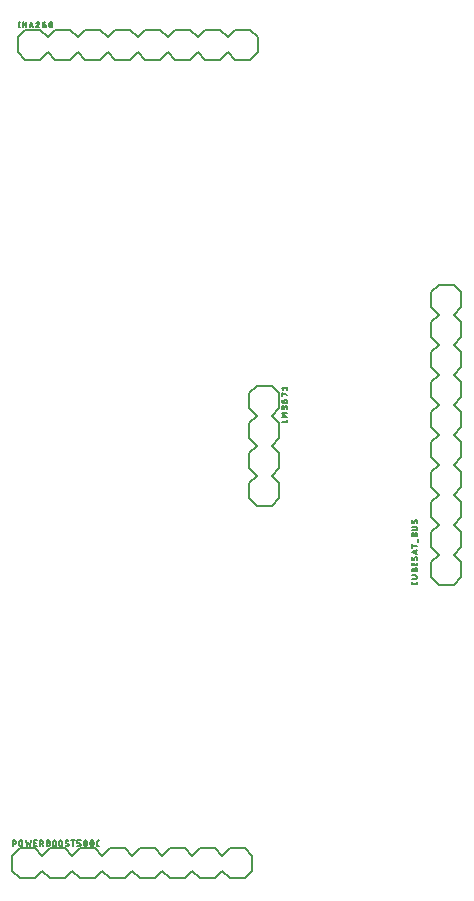
<source format=gbr>
G04 EAGLE Gerber RS-274X export*
G75*
%MOMM*%
%FSLAX34Y34*%
%LPD*%
%INSilkscreen Top*%
%IPPOS*%
%AMOC8*
5,1,8,0,0,1.08239X$1,22.5*%
G01*
%ADD10C,0.203200*%
%ADD11C,0.127000*%


D10*
X615950Y807400D02*
X628650Y807400D01*
X635000Y801050D01*
X635000Y788350D02*
X628650Y782000D01*
X590550Y807400D02*
X584200Y801050D01*
X590550Y807400D02*
X603250Y807400D01*
X609600Y801050D01*
X609600Y788350D02*
X603250Y782000D01*
X590550Y782000D01*
X584200Y788350D01*
X609600Y801050D02*
X615950Y807400D01*
X609600Y788350D02*
X615950Y782000D01*
X628650Y782000D01*
X552450Y807400D02*
X539750Y807400D01*
X552450Y807400D02*
X558800Y801050D01*
X558800Y788350D02*
X552450Y782000D01*
X558800Y801050D02*
X565150Y807400D01*
X577850Y807400D01*
X584200Y801050D01*
X584200Y788350D02*
X577850Y782000D01*
X565150Y782000D01*
X558800Y788350D01*
X514350Y807400D02*
X508000Y801050D01*
X514350Y807400D02*
X527050Y807400D01*
X533400Y801050D01*
X533400Y788350D02*
X527050Y782000D01*
X514350Y782000D01*
X508000Y788350D01*
X533400Y801050D02*
X539750Y807400D01*
X533400Y788350D02*
X539750Y782000D01*
X552450Y782000D01*
X476250Y807400D02*
X463550Y807400D01*
X476250Y807400D02*
X482600Y801050D01*
X482600Y788350D02*
X476250Y782000D01*
X482600Y801050D02*
X488950Y807400D01*
X501650Y807400D01*
X508000Y801050D01*
X508000Y788350D02*
X501650Y782000D01*
X488950Y782000D01*
X482600Y788350D01*
X457200Y788350D02*
X457200Y801050D01*
X463550Y807400D01*
X457200Y788350D02*
X463550Y782000D01*
X476250Y782000D01*
X641350Y807400D02*
X654050Y807400D01*
X660400Y801050D01*
X660400Y788350D01*
X654050Y782000D01*
X635000Y801050D02*
X641350Y807400D01*
X635000Y788350D02*
X641350Y782000D01*
X654050Y782000D01*
D11*
X458371Y809305D02*
X458371Y814131D01*
X457835Y809305D02*
X458907Y809305D01*
X458907Y814131D02*
X457835Y814131D01*
X461603Y814131D02*
X461603Y809305D01*
X464284Y809305D02*
X461603Y814131D01*
X464284Y814131D02*
X464284Y809305D01*
X467004Y809305D02*
X468612Y814131D01*
X470221Y809305D01*
X469819Y810512D02*
X467406Y810512D01*
X474233Y814131D02*
X474301Y814129D01*
X474368Y814123D01*
X474435Y814114D01*
X474502Y814101D01*
X474567Y814084D01*
X474632Y814063D01*
X474695Y814039D01*
X474757Y814011D01*
X474817Y813980D01*
X474875Y813946D01*
X474931Y813908D01*
X474986Y813868D01*
X475037Y813824D01*
X475086Y813777D01*
X475133Y813728D01*
X475177Y813677D01*
X475217Y813622D01*
X475255Y813566D01*
X475289Y813508D01*
X475320Y813448D01*
X475348Y813386D01*
X475372Y813323D01*
X475393Y813258D01*
X475410Y813193D01*
X475423Y813126D01*
X475432Y813059D01*
X475438Y812992D01*
X475440Y812924D01*
X474233Y814131D02*
X474155Y814129D01*
X474077Y814123D01*
X474000Y814113D01*
X473923Y814100D01*
X473847Y814082D01*
X473772Y814061D01*
X473698Y814036D01*
X473626Y814007D01*
X473555Y813975D01*
X473486Y813939D01*
X473418Y813900D01*
X473353Y813857D01*
X473290Y813811D01*
X473229Y813762D01*
X473171Y813710D01*
X473116Y813655D01*
X473063Y813598D01*
X473014Y813538D01*
X472967Y813475D01*
X472924Y813411D01*
X472884Y813344D01*
X472847Y813275D01*
X472814Y813204D01*
X472784Y813132D01*
X472758Y813059D01*
X475038Y811986D02*
X475087Y812035D01*
X475134Y812087D01*
X475177Y812142D01*
X475218Y812199D01*
X475256Y812258D01*
X475290Y812319D01*
X475321Y812382D01*
X475349Y812446D01*
X475373Y812512D01*
X475393Y812578D01*
X475410Y812646D01*
X475423Y812715D01*
X475432Y812784D01*
X475438Y812854D01*
X475440Y812924D01*
X475037Y811986D02*
X472758Y809305D01*
X475439Y809305D01*
X478245Y811986D02*
X479853Y811986D01*
X479918Y811984D01*
X479982Y811978D01*
X480046Y811968D01*
X480110Y811955D01*
X480172Y811937D01*
X480233Y811916D01*
X480293Y811892D01*
X480351Y811863D01*
X480408Y811831D01*
X480462Y811796D01*
X480514Y811758D01*
X480564Y811716D01*
X480611Y811672D01*
X480655Y811625D01*
X480697Y811575D01*
X480735Y811523D01*
X480770Y811469D01*
X480802Y811412D01*
X480831Y811354D01*
X480855Y811294D01*
X480876Y811233D01*
X480894Y811171D01*
X480907Y811107D01*
X480917Y811043D01*
X480923Y810979D01*
X480925Y810914D01*
X480926Y810914D02*
X480926Y810646D01*
X480924Y810575D01*
X480918Y810503D01*
X480909Y810433D01*
X480896Y810363D01*
X480879Y810293D01*
X480858Y810225D01*
X480834Y810158D01*
X480806Y810092D01*
X480775Y810028D01*
X480740Y809965D01*
X480702Y809905D01*
X480661Y809846D01*
X480617Y809790D01*
X480570Y809736D01*
X480521Y809685D01*
X480468Y809637D01*
X480413Y809591D01*
X480356Y809549D01*
X480296Y809509D01*
X480235Y809473D01*
X480171Y809440D01*
X480106Y809411D01*
X480040Y809385D01*
X479972Y809362D01*
X479903Y809343D01*
X479833Y809328D01*
X479763Y809317D01*
X479692Y809309D01*
X479621Y809305D01*
X479549Y809305D01*
X479478Y809309D01*
X479407Y809317D01*
X479337Y809328D01*
X479267Y809343D01*
X479198Y809362D01*
X479130Y809385D01*
X479064Y809411D01*
X478999Y809440D01*
X478935Y809473D01*
X478874Y809509D01*
X478814Y809549D01*
X478757Y809591D01*
X478702Y809637D01*
X478649Y809685D01*
X478600Y809736D01*
X478553Y809790D01*
X478509Y809846D01*
X478468Y809905D01*
X478430Y809965D01*
X478395Y810028D01*
X478364Y810092D01*
X478336Y810158D01*
X478312Y810225D01*
X478291Y810293D01*
X478274Y810363D01*
X478261Y810433D01*
X478252Y810503D01*
X478246Y810575D01*
X478244Y810646D01*
X478245Y810646D02*
X478245Y811986D01*
X478247Y812077D01*
X478253Y812168D01*
X478262Y812258D01*
X478276Y812349D01*
X478293Y812438D01*
X478314Y812526D01*
X478339Y812614D01*
X478368Y812701D01*
X478400Y812786D01*
X478435Y812870D01*
X478475Y812952D01*
X478517Y813032D01*
X478563Y813111D01*
X478613Y813187D01*
X478665Y813261D01*
X478721Y813334D01*
X478780Y813403D01*
X478841Y813470D01*
X478906Y813535D01*
X478973Y813596D01*
X479042Y813655D01*
X479114Y813711D01*
X479189Y813763D01*
X479265Y813813D01*
X479344Y813859D01*
X479424Y813901D01*
X479506Y813941D01*
X479590Y813976D01*
X479675Y814008D01*
X479762Y814037D01*
X479849Y814062D01*
X479938Y814083D01*
X480027Y814100D01*
X480118Y814114D01*
X480208Y814123D01*
X480299Y814129D01*
X480390Y814131D01*
X484133Y813461D02*
X484082Y813352D01*
X484034Y813241D01*
X483990Y813130D01*
X483949Y813017D01*
X483911Y812902D01*
X483877Y812787D01*
X483847Y812671D01*
X483820Y812554D01*
X483796Y812436D01*
X483776Y812317D01*
X483760Y812198D01*
X483747Y812078D01*
X483738Y811958D01*
X483733Y811838D01*
X483731Y811718D01*
X484134Y813461D02*
X484155Y813518D01*
X484181Y813574D01*
X484209Y813629D01*
X484241Y813681D01*
X484277Y813732D01*
X484315Y813780D01*
X484356Y813826D01*
X484400Y813869D01*
X484446Y813909D01*
X484495Y813946D01*
X484547Y813980D01*
X484600Y814011D01*
X484655Y814039D01*
X484711Y814063D01*
X484769Y814084D01*
X484828Y814101D01*
X484888Y814114D01*
X484949Y814123D01*
X485011Y814129D01*
X485072Y814131D01*
X485133Y814129D01*
X485195Y814123D01*
X485256Y814114D01*
X485316Y814101D01*
X485375Y814084D01*
X485433Y814063D01*
X485489Y814039D01*
X485544Y814011D01*
X485597Y813980D01*
X485649Y813946D01*
X485698Y813909D01*
X485744Y813869D01*
X485788Y813826D01*
X485829Y813780D01*
X485867Y813732D01*
X485903Y813681D01*
X485935Y813629D01*
X485963Y813574D01*
X485989Y813518D01*
X486010Y813461D01*
X486061Y813352D01*
X486109Y813241D01*
X486153Y813130D01*
X486194Y813017D01*
X486232Y812902D01*
X486266Y812787D01*
X486296Y812671D01*
X486323Y812554D01*
X486347Y812436D01*
X486367Y812317D01*
X486383Y812198D01*
X486396Y812078D01*
X486405Y811958D01*
X486410Y811838D01*
X486412Y811718D01*
X483731Y811718D02*
X483733Y811598D01*
X483738Y811478D01*
X483747Y811358D01*
X483760Y811238D01*
X483776Y811119D01*
X483796Y811000D01*
X483820Y810882D01*
X483847Y810765D01*
X483877Y810649D01*
X483911Y810534D01*
X483949Y810419D01*
X483990Y810306D01*
X484034Y810195D01*
X484082Y810084D01*
X484133Y809975D01*
X484134Y809975D02*
X484155Y809918D01*
X484181Y809862D01*
X484209Y809807D01*
X484241Y809755D01*
X484277Y809704D01*
X484315Y809656D01*
X484356Y809610D01*
X484400Y809567D01*
X484446Y809527D01*
X484495Y809490D01*
X484547Y809456D01*
X484600Y809425D01*
X484655Y809397D01*
X484711Y809373D01*
X484769Y809352D01*
X484828Y809335D01*
X484888Y809322D01*
X484949Y809313D01*
X485011Y809307D01*
X485072Y809305D01*
X486010Y809975D02*
X486061Y810084D01*
X486109Y810195D01*
X486153Y810306D01*
X486194Y810419D01*
X486232Y810534D01*
X486266Y810649D01*
X486296Y810765D01*
X486323Y810882D01*
X486347Y811000D01*
X486367Y811119D01*
X486383Y811238D01*
X486396Y811358D01*
X486405Y811478D01*
X486410Y811598D01*
X486412Y811718D01*
X486010Y809975D02*
X485989Y809918D01*
X485963Y809862D01*
X485935Y809807D01*
X485903Y809755D01*
X485867Y809704D01*
X485829Y809656D01*
X485788Y809610D01*
X485744Y809567D01*
X485697Y809527D01*
X485649Y809490D01*
X485597Y809456D01*
X485544Y809425D01*
X485489Y809397D01*
X485433Y809373D01*
X485375Y809352D01*
X485316Y809335D01*
X485256Y809322D01*
X485195Y809313D01*
X485133Y809307D01*
X485072Y809305D01*
X483999Y810377D02*
X486144Y813059D01*
D10*
X807300Y508750D02*
X807300Y496050D01*
X807300Y508750D02*
X813650Y515100D01*
X826350Y515100D02*
X832700Y508750D01*
X807300Y470650D02*
X813650Y464300D01*
X807300Y470650D02*
X807300Y483350D01*
X813650Y489700D01*
X826350Y489700D02*
X832700Y483350D01*
X832700Y470650D01*
X826350Y464300D01*
X813650Y489700D02*
X807300Y496050D01*
X826350Y489700D02*
X832700Y496050D01*
X832700Y508750D01*
X807300Y432550D02*
X807300Y419850D01*
X807300Y432550D02*
X813650Y438900D01*
X826350Y438900D02*
X832700Y432550D01*
X813650Y438900D02*
X807300Y445250D01*
X807300Y457950D01*
X813650Y464300D01*
X826350Y464300D02*
X832700Y457950D01*
X832700Y445250D01*
X826350Y438900D01*
X807300Y394450D02*
X813650Y388100D01*
X807300Y394450D02*
X807300Y407150D01*
X813650Y413500D01*
X826350Y413500D02*
X832700Y407150D01*
X832700Y394450D01*
X826350Y388100D01*
X813650Y413500D02*
X807300Y419850D01*
X826350Y413500D02*
X832700Y419850D01*
X832700Y432550D01*
X807300Y356350D02*
X807300Y343650D01*
X807300Y356350D02*
X813650Y362700D01*
X826350Y362700D02*
X832700Y356350D01*
X813650Y362700D02*
X807300Y369050D01*
X807300Y381750D01*
X813650Y388100D01*
X826350Y388100D02*
X832700Y381750D01*
X832700Y369050D01*
X826350Y362700D01*
X826350Y337300D02*
X813650Y337300D01*
X807300Y343650D01*
X826350Y337300D02*
X832700Y343650D01*
X832700Y356350D01*
X807300Y521450D02*
X807300Y534150D01*
X813650Y540500D01*
X826350Y540500D02*
X832700Y534150D01*
X813650Y515100D02*
X807300Y521450D01*
X826350Y515100D02*
X832700Y521450D01*
X832700Y534150D01*
X807300Y546850D02*
X807300Y559550D01*
X813650Y565900D01*
X826350Y565900D02*
X832700Y559550D01*
X813650Y540500D02*
X807300Y546850D01*
X826350Y540500D02*
X832700Y546850D01*
X832700Y559550D01*
X807300Y572250D02*
X807300Y584950D01*
X813650Y591300D01*
X826350Y591300D01*
X832700Y584950D01*
X813650Y565900D02*
X807300Y572250D01*
X826350Y565900D02*
X832700Y572250D01*
X832700Y584950D01*
D11*
X795395Y340080D02*
X795395Y339007D01*
X795393Y338942D01*
X795387Y338878D01*
X795377Y338814D01*
X795364Y338750D01*
X795346Y338688D01*
X795325Y338627D01*
X795301Y338567D01*
X795272Y338509D01*
X795240Y338452D01*
X795205Y338398D01*
X795167Y338346D01*
X795125Y338296D01*
X795081Y338249D01*
X795034Y338205D01*
X794984Y338163D01*
X794932Y338125D01*
X794878Y338090D01*
X794821Y338058D01*
X794763Y338029D01*
X794703Y338005D01*
X794642Y337984D01*
X794580Y337966D01*
X794516Y337953D01*
X794452Y337943D01*
X794388Y337937D01*
X794323Y337935D01*
X791641Y337935D01*
X791576Y337937D01*
X791512Y337943D01*
X791448Y337953D01*
X791384Y337966D01*
X791322Y337984D01*
X791261Y338005D01*
X791201Y338030D01*
X791142Y338058D01*
X791086Y338090D01*
X791031Y338125D01*
X790979Y338163D01*
X790929Y338205D01*
X790882Y338249D01*
X790838Y338296D01*
X790796Y338346D01*
X790758Y338398D01*
X790723Y338453D01*
X790691Y338509D01*
X790663Y338568D01*
X790638Y338627D01*
X790617Y338689D01*
X790599Y338751D01*
X790586Y338815D01*
X790576Y338879D01*
X790570Y338943D01*
X790568Y339008D01*
X790569Y339007D02*
X790569Y340080D01*
X790569Y342719D02*
X794054Y342719D01*
X794054Y342718D02*
X794125Y342720D01*
X794197Y342726D01*
X794267Y342735D01*
X794337Y342748D01*
X794407Y342765D01*
X794475Y342786D01*
X794542Y342810D01*
X794608Y342838D01*
X794672Y342869D01*
X794735Y342904D01*
X794795Y342942D01*
X794854Y342983D01*
X794910Y343027D01*
X794964Y343074D01*
X795015Y343123D01*
X795063Y343176D01*
X795109Y343231D01*
X795151Y343288D01*
X795191Y343348D01*
X795227Y343409D01*
X795260Y343473D01*
X795289Y343538D01*
X795315Y343604D01*
X795338Y343672D01*
X795357Y343741D01*
X795372Y343811D01*
X795383Y343881D01*
X795391Y343952D01*
X795395Y344023D01*
X795395Y344095D01*
X795391Y344166D01*
X795383Y344237D01*
X795372Y344307D01*
X795357Y344377D01*
X795338Y344446D01*
X795315Y344514D01*
X795289Y344580D01*
X795260Y344645D01*
X795227Y344709D01*
X795191Y344770D01*
X795151Y344830D01*
X795109Y344887D01*
X795063Y344942D01*
X795015Y344995D01*
X794964Y345044D01*
X794910Y345091D01*
X794854Y345135D01*
X794795Y345176D01*
X794735Y345214D01*
X794672Y345249D01*
X794608Y345280D01*
X794542Y345308D01*
X794475Y345332D01*
X794407Y345353D01*
X794337Y345370D01*
X794267Y345383D01*
X794197Y345392D01*
X794125Y345398D01*
X794054Y345400D01*
X790569Y345400D01*
X792714Y348717D02*
X792714Y350058D01*
X792713Y350058D02*
X792715Y350129D01*
X792721Y350201D01*
X792730Y350271D01*
X792743Y350341D01*
X792760Y350411D01*
X792781Y350479D01*
X792805Y350546D01*
X792833Y350612D01*
X792864Y350676D01*
X792899Y350739D01*
X792937Y350799D01*
X792978Y350858D01*
X793022Y350914D01*
X793069Y350968D01*
X793118Y351019D01*
X793171Y351067D01*
X793226Y351113D01*
X793283Y351155D01*
X793343Y351195D01*
X793404Y351231D01*
X793468Y351264D01*
X793533Y351293D01*
X793599Y351319D01*
X793667Y351342D01*
X793736Y351361D01*
X793806Y351376D01*
X793876Y351387D01*
X793947Y351395D01*
X794018Y351399D01*
X794090Y351399D01*
X794161Y351395D01*
X794232Y351387D01*
X794302Y351376D01*
X794372Y351361D01*
X794441Y351342D01*
X794509Y351319D01*
X794575Y351293D01*
X794640Y351264D01*
X794704Y351231D01*
X794765Y351195D01*
X794825Y351155D01*
X794882Y351113D01*
X794937Y351067D01*
X794990Y351019D01*
X795039Y350968D01*
X795086Y350914D01*
X795130Y350858D01*
X795171Y350799D01*
X795209Y350739D01*
X795244Y350676D01*
X795275Y350612D01*
X795303Y350546D01*
X795327Y350479D01*
X795348Y350411D01*
X795365Y350341D01*
X795378Y350271D01*
X795387Y350201D01*
X795393Y350129D01*
X795395Y350058D01*
X795395Y348717D01*
X790569Y348717D01*
X790569Y350058D01*
X790571Y350123D01*
X790577Y350187D01*
X790587Y350251D01*
X790600Y350315D01*
X790618Y350377D01*
X790639Y350438D01*
X790663Y350498D01*
X790692Y350556D01*
X790724Y350613D01*
X790759Y350667D01*
X790797Y350719D01*
X790839Y350769D01*
X790883Y350816D01*
X790930Y350860D01*
X790980Y350902D01*
X791032Y350940D01*
X791086Y350975D01*
X791143Y351007D01*
X791201Y351036D01*
X791261Y351060D01*
X791322Y351081D01*
X791384Y351099D01*
X791448Y351112D01*
X791512Y351122D01*
X791576Y351128D01*
X791641Y351130D01*
X791706Y351128D01*
X791770Y351122D01*
X791834Y351112D01*
X791898Y351099D01*
X791960Y351081D01*
X792021Y351060D01*
X792081Y351036D01*
X792139Y351007D01*
X792196Y350975D01*
X792250Y350940D01*
X792302Y350902D01*
X792352Y350860D01*
X792399Y350816D01*
X792443Y350769D01*
X792485Y350719D01*
X792523Y350667D01*
X792558Y350613D01*
X792590Y350556D01*
X792619Y350498D01*
X792643Y350438D01*
X792664Y350377D01*
X792682Y350315D01*
X792695Y350251D01*
X792705Y350187D01*
X792711Y350123D01*
X792713Y350058D01*
X795395Y354077D02*
X795395Y356222D01*
X795395Y354077D02*
X790569Y354077D01*
X790569Y356222D01*
X792714Y355685D02*
X792714Y354077D01*
X795395Y360055D02*
X795393Y360120D01*
X795387Y360184D01*
X795377Y360248D01*
X795364Y360312D01*
X795346Y360374D01*
X795325Y360435D01*
X795301Y360495D01*
X795272Y360553D01*
X795240Y360610D01*
X795205Y360664D01*
X795167Y360716D01*
X795125Y360766D01*
X795081Y360813D01*
X795034Y360857D01*
X794984Y360899D01*
X794932Y360937D01*
X794878Y360972D01*
X794821Y361004D01*
X794763Y361033D01*
X794703Y361057D01*
X794642Y361078D01*
X794580Y361096D01*
X794516Y361109D01*
X794452Y361119D01*
X794388Y361125D01*
X794323Y361127D01*
X795395Y360055D02*
X795393Y359961D01*
X795387Y359867D01*
X795377Y359773D01*
X795364Y359680D01*
X795346Y359588D01*
X795325Y359496D01*
X795300Y359405D01*
X795271Y359315D01*
X795238Y359227D01*
X795202Y359140D01*
X795162Y359055D01*
X795119Y358971D01*
X795072Y358890D01*
X795022Y358810D01*
X794969Y358732D01*
X794912Y358657D01*
X794853Y358584D01*
X794790Y358514D01*
X794725Y358446D01*
X791641Y358581D02*
X791576Y358583D01*
X791512Y358589D01*
X791448Y358599D01*
X791384Y358612D01*
X791322Y358630D01*
X791261Y358651D01*
X791201Y358675D01*
X791143Y358704D01*
X791086Y358736D01*
X791032Y358771D01*
X790980Y358809D01*
X790930Y358851D01*
X790883Y358895D01*
X790839Y358942D01*
X790797Y358992D01*
X790759Y359044D01*
X790724Y359098D01*
X790692Y359155D01*
X790663Y359213D01*
X790639Y359273D01*
X790618Y359334D01*
X790600Y359396D01*
X790587Y359460D01*
X790577Y359524D01*
X790571Y359588D01*
X790569Y359653D01*
X790571Y359739D01*
X790576Y359825D01*
X790586Y359911D01*
X790599Y359996D01*
X790615Y360081D01*
X790635Y360165D01*
X790659Y360248D01*
X790686Y360330D01*
X790717Y360410D01*
X790751Y360490D01*
X790789Y360567D01*
X790830Y360643D01*
X790874Y360717D01*
X790921Y360790D01*
X790971Y360860D01*
X792579Y359116D02*
X792546Y359063D01*
X792509Y359012D01*
X792470Y358963D01*
X792428Y358916D01*
X792383Y358872D01*
X792336Y358831D01*
X792287Y358792D01*
X792235Y358756D01*
X792181Y358723D01*
X792126Y358694D01*
X792069Y358668D01*
X792010Y358645D01*
X791951Y358625D01*
X791890Y358609D01*
X791829Y358596D01*
X791766Y358587D01*
X791704Y358582D01*
X791641Y358580D01*
X793385Y360591D02*
X793418Y360644D01*
X793455Y360695D01*
X793494Y360744D01*
X793536Y360791D01*
X793581Y360835D01*
X793628Y360876D01*
X793677Y360915D01*
X793729Y360951D01*
X793783Y360984D01*
X793838Y361013D01*
X793895Y361039D01*
X793954Y361062D01*
X794013Y361082D01*
X794074Y361098D01*
X794135Y361111D01*
X794198Y361120D01*
X794260Y361125D01*
X794323Y361127D01*
X793384Y360591D02*
X792580Y359116D01*
X795395Y363482D02*
X790569Y365090D01*
X795395Y366699D01*
X794189Y366297D02*
X794189Y363884D01*
X795395Y370211D02*
X790569Y370211D01*
X790569Y371551D02*
X790569Y368870D01*
X795931Y373710D02*
X795931Y375855D01*
X792714Y378709D02*
X792714Y380050D01*
X792713Y380050D02*
X792715Y380121D01*
X792721Y380193D01*
X792730Y380263D01*
X792743Y380333D01*
X792760Y380403D01*
X792781Y380471D01*
X792805Y380538D01*
X792833Y380604D01*
X792864Y380668D01*
X792899Y380731D01*
X792937Y380791D01*
X792978Y380850D01*
X793022Y380906D01*
X793069Y380960D01*
X793118Y381011D01*
X793171Y381059D01*
X793226Y381105D01*
X793283Y381147D01*
X793343Y381187D01*
X793404Y381223D01*
X793468Y381256D01*
X793533Y381285D01*
X793599Y381311D01*
X793667Y381334D01*
X793736Y381353D01*
X793806Y381368D01*
X793876Y381379D01*
X793947Y381387D01*
X794018Y381391D01*
X794090Y381391D01*
X794161Y381387D01*
X794232Y381379D01*
X794302Y381368D01*
X794372Y381353D01*
X794441Y381334D01*
X794509Y381311D01*
X794575Y381285D01*
X794640Y381256D01*
X794704Y381223D01*
X794765Y381187D01*
X794825Y381147D01*
X794882Y381105D01*
X794937Y381059D01*
X794990Y381011D01*
X795039Y380960D01*
X795086Y380906D01*
X795130Y380850D01*
X795171Y380791D01*
X795209Y380731D01*
X795244Y380668D01*
X795275Y380604D01*
X795303Y380538D01*
X795327Y380471D01*
X795348Y380403D01*
X795365Y380333D01*
X795378Y380263D01*
X795387Y380193D01*
X795393Y380121D01*
X795395Y380050D01*
X795395Y378709D01*
X790569Y378709D01*
X790569Y380050D01*
X790571Y380115D01*
X790577Y380179D01*
X790587Y380243D01*
X790600Y380307D01*
X790618Y380369D01*
X790639Y380430D01*
X790663Y380490D01*
X790692Y380548D01*
X790724Y380605D01*
X790759Y380659D01*
X790797Y380711D01*
X790839Y380761D01*
X790883Y380808D01*
X790930Y380852D01*
X790980Y380894D01*
X791032Y380932D01*
X791086Y380967D01*
X791143Y380999D01*
X791201Y381028D01*
X791261Y381052D01*
X791322Y381073D01*
X791384Y381091D01*
X791448Y381104D01*
X791512Y381114D01*
X791576Y381120D01*
X791641Y381122D01*
X791706Y381120D01*
X791770Y381114D01*
X791834Y381104D01*
X791898Y381091D01*
X791960Y381073D01*
X792021Y381052D01*
X792081Y381028D01*
X792139Y380999D01*
X792196Y380967D01*
X792250Y380932D01*
X792302Y380894D01*
X792352Y380852D01*
X792399Y380808D01*
X792443Y380761D01*
X792485Y380711D01*
X792523Y380659D01*
X792558Y380605D01*
X792590Y380548D01*
X792619Y380490D01*
X792643Y380430D01*
X792664Y380369D01*
X792682Y380307D01*
X792695Y380243D01*
X792705Y380179D01*
X792711Y380115D01*
X792713Y380050D01*
X794054Y384049D02*
X790569Y384049D01*
X794054Y384049D02*
X794125Y384051D01*
X794197Y384057D01*
X794267Y384066D01*
X794337Y384079D01*
X794407Y384096D01*
X794475Y384117D01*
X794542Y384141D01*
X794608Y384169D01*
X794672Y384200D01*
X794735Y384235D01*
X794795Y384273D01*
X794854Y384314D01*
X794910Y384358D01*
X794964Y384405D01*
X795015Y384454D01*
X795063Y384507D01*
X795109Y384562D01*
X795151Y384619D01*
X795191Y384679D01*
X795227Y384740D01*
X795260Y384804D01*
X795289Y384869D01*
X795315Y384935D01*
X795338Y385003D01*
X795357Y385072D01*
X795372Y385142D01*
X795383Y385212D01*
X795391Y385283D01*
X795395Y385354D01*
X795395Y385426D01*
X795391Y385497D01*
X795383Y385568D01*
X795372Y385638D01*
X795357Y385708D01*
X795338Y385777D01*
X795315Y385845D01*
X795289Y385911D01*
X795260Y385976D01*
X795227Y386040D01*
X795191Y386101D01*
X795151Y386161D01*
X795109Y386218D01*
X795063Y386273D01*
X795015Y386326D01*
X794964Y386375D01*
X794910Y386422D01*
X794854Y386466D01*
X794795Y386507D01*
X794735Y386545D01*
X794672Y386580D01*
X794608Y386611D01*
X794542Y386639D01*
X794475Y386663D01*
X794407Y386684D01*
X794337Y386701D01*
X794267Y386714D01*
X794197Y386723D01*
X794125Y386729D01*
X794054Y386731D01*
X794054Y386730D02*
X790569Y386730D01*
X795395Y391144D02*
X795393Y391209D01*
X795387Y391273D01*
X795377Y391337D01*
X795364Y391401D01*
X795346Y391463D01*
X795325Y391524D01*
X795301Y391584D01*
X795272Y391642D01*
X795240Y391699D01*
X795205Y391753D01*
X795167Y391805D01*
X795125Y391855D01*
X795081Y391902D01*
X795034Y391946D01*
X794984Y391988D01*
X794932Y392026D01*
X794878Y392061D01*
X794821Y392093D01*
X794763Y392122D01*
X794703Y392146D01*
X794642Y392167D01*
X794580Y392185D01*
X794516Y392198D01*
X794452Y392208D01*
X794388Y392214D01*
X794323Y392216D01*
X795395Y391144D02*
X795393Y391050D01*
X795387Y390956D01*
X795377Y390862D01*
X795364Y390769D01*
X795346Y390677D01*
X795325Y390585D01*
X795300Y390494D01*
X795271Y390404D01*
X795238Y390316D01*
X795202Y390229D01*
X795162Y390144D01*
X795119Y390060D01*
X795072Y389979D01*
X795022Y389899D01*
X794969Y389821D01*
X794912Y389746D01*
X794853Y389673D01*
X794790Y389603D01*
X794725Y389535D01*
X791641Y389670D02*
X791576Y389672D01*
X791512Y389678D01*
X791448Y389688D01*
X791384Y389701D01*
X791322Y389719D01*
X791261Y389740D01*
X791201Y389764D01*
X791143Y389793D01*
X791086Y389825D01*
X791032Y389860D01*
X790980Y389898D01*
X790930Y389940D01*
X790883Y389984D01*
X790839Y390031D01*
X790797Y390081D01*
X790759Y390133D01*
X790724Y390187D01*
X790692Y390244D01*
X790663Y390302D01*
X790639Y390362D01*
X790618Y390423D01*
X790600Y390485D01*
X790587Y390549D01*
X790577Y390613D01*
X790571Y390677D01*
X790569Y390742D01*
X790571Y390828D01*
X790576Y390914D01*
X790586Y391000D01*
X790599Y391085D01*
X790615Y391170D01*
X790635Y391254D01*
X790659Y391337D01*
X790686Y391419D01*
X790717Y391499D01*
X790751Y391579D01*
X790789Y391656D01*
X790830Y391732D01*
X790874Y391806D01*
X790921Y391879D01*
X790971Y391949D01*
X792579Y390206D02*
X792546Y390153D01*
X792509Y390102D01*
X792470Y390053D01*
X792428Y390006D01*
X792383Y389962D01*
X792336Y389921D01*
X792287Y389882D01*
X792235Y389846D01*
X792181Y389813D01*
X792126Y389784D01*
X792069Y389758D01*
X792010Y389735D01*
X791951Y389715D01*
X791890Y389699D01*
X791829Y389686D01*
X791766Y389677D01*
X791704Y389672D01*
X791641Y389670D01*
X793385Y391680D02*
X793418Y391733D01*
X793455Y391784D01*
X793494Y391833D01*
X793536Y391880D01*
X793581Y391924D01*
X793628Y391965D01*
X793677Y392004D01*
X793729Y392040D01*
X793783Y392073D01*
X793838Y392102D01*
X793895Y392128D01*
X793954Y392151D01*
X794013Y392171D01*
X794074Y392187D01*
X794135Y392200D01*
X794198Y392209D01*
X794260Y392214D01*
X794323Y392216D01*
X793384Y391680D02*
X792580Y390206D01*
D10*
X678500Y410550D02*
X678500Y423250D01*
X678500Y410550D02*
X672150Y404200D01*
X659450Y404200D02*
X653100Y410550D01*
X678500Y448650D02*
X672150Y455000D01*
X678500Y448650D02*
X678500Y435950D01*
X672150Y429600D01*
X659450Y429600D02*
X653100Y435950D01*
X653100Y448650D01*
X659450Y455000D01*
X672150Y429600D02*
X678500Y423250D01*
X659450Y429600D02*
X653100Y423250D01*
X653100Y410550D01*
X678500Y486750D02*
X678500Y499450D01*
X678500Y486750D02*
X672150Y480400D01*
X659450Y480400D02*
X653100Y486750D01*
X672150Y480400D02*
X678500Y474050D01*
X678500Y461350D01*
X672150Y455000D01*
X659450Y455000D02*
X653100Y461350D01*
X653100Y474050D01*
X659450Y480400D01*
X659450Y505800D02*
X672150Y505800D01*
X678500Y499450D01*
X659450Y505800D02*
X653100Y499450D01*
X653100Y486750D01*
X659450Y404200D02*
X672150Y404200D01*
D11*
X680405Y474889D02*
X685231Y474889D01*
X685231Y477034D01*
X685231Y479722D02*
X680405Y479722D01*
X683086Y481330D01*
X680405Y482939D01*
X685231Y482939D01*
X685231Y486025D02*
X685231Y487365D01*
X685229Y487436D01*
X685223Y487508D01*
X685214Y487578D01*
X685201Y487648D01*
X685184Y487718D01*
X685163Y487786D01*
X685139Y487853D01*
X685111Y487919D01*
X685080Y487983D01*
X685045Y488046D01*
X685007Y488106D01*
X684966Y488165D01*
X684922Y488221D01*
X684875Y488275D01*
X684826Y488326D01*
X684773Y488374D01*
X684718Y488420D01*
X684661Y488462D01*
X684601Y488502D01*
X684540Y488538D01*
X684476Y488571D01*
X684411Y488600D01*
X684345Y488626D01*
X684277Y488649D01*
X684208Y488668D01*
X684138Y488683D01*
X684068Y488694D01*
X683997Y488702D01*
X683926Y488706D01*
X683854Y488706D01*
X683783Y488702D01*
X683712Y488694D01*
X683642Y488683D01*
X683572Y488668D01*
X683503Y488649D01*
X683435Y488626D01*
X683369Y488600D01*
X683304Y488571D01*
X683240Y488538D01*
X683179Y488502D01*
X683119Y488462D01*
X683062Y488420D01*
X683007Y488374D01*
X682954Y488326D01*
X682905Y488275D01*
X682858Y488221D01*
X682814Y488165D01*
X682773Y488106D01*
X682735Y488046D01*
X682700Y487983D01*
X682669Y487919D01*
X682641Y487853D01*
X682617Y487786D01*
X682596Y487718D01*
X682579Y487648D01*
X682566Y487578D01*
X682557Y487508D01*
X682551Y487436D01*
X682549Y487365D01*
X680405Y487634D02*
X680405Y486025D01*
X680405Y487634D02*
X680407Y487699D01*
X680413Y487763D01*
X680423Y487827D01*
X680436Y487891D01*
X680454Y487953D01*
X680475Y488014D01*
X680499Y488074D01*
X680528Y488132D01*
X680560Y488189D01*
X680595Y488243D01*
X680633Y488295D01*
X680675Y488345D01*
X680719Y488392D01*
X680766Y488436D01*
X680816Y488478D01*
X680868Y488516D01*
X680922Y488551D01*
X680979Y488583D01*
X681037Y488612D01*
X681097Y488636D01*
X681158Y488657D01*
X681220Y488675D01*
X681284Y488688D01*
X681348Y488698D01*
X681412Y488704D01*
X681477Y488706D01*
X681542Y488704D01*
X681606Y488698D01*
X681670Y488688D01*
X681734Y488675D01*
X681796Y488657D01*
X681857Y488636D01*
X681917Y488612D01*
X681975Y488583D01*
X682032Y488551D01*
X682086Y488516D01*
X682138Y488478D01*
X682188Y488436D01*
X682235Y488392D01*
X682279Y488345D01*
X682321Y488295D01*
X682359Y488243D01*
X682394Y488189D01*
X682426Y488132D01*
X682455Y488074D01*
X682479Y488014D01*
X682500Y487953D01*
X682518Y487891D01*
X682531Y487827D01*
X682541Y487763D01*
X682547Y487699D01*
X682549Y487634D01*
X682550Y487634D02*
X682550Y486561D01*
X682550Y491511D02*
X682550Y493120D01*
X682552Y493185D01*
X682558Y493249D01*
X682568Y493313D01*
X682581Y493377D01*
X682599Y493439D01*
X682620Y493500D01*
X682644Y493560D01*
X682673Y493618D01*
X682705Y493675D01*
X682740Y493729D01*
X682778Y493781D01*
X682820Y493831D01*
X682864Y493878D01*
X682911Y493922D01*
X682961Y493964D01*
X683013Y494002D01*
X683067Y494037D01*
X683124Y494069D01*
X683182Y494098D01*
X683242Y494122D01*
X683303Y494143D01*
X683365Y494161D01*
X683429Y494174D01*
X683493Y494184D01*
X683557Y494190D01*
X683622Y494192D01*
X683890Y494192D01*
X683890Y494193D02*
X683961Y494191D01*
X684033Y494185D01*
X684103Y494176D01*
X684173Y494163D01*
X684243Y494146D01*
X684311Y494125D01*
X684378Y494101D01*
X684444Y494073D01*
X684508Y494042D01*
X684571Y494007D01*
X684631Y493969D01*
X684690Y493928D01*
X684746Y493884D01*
X684800Y493837D01*
X684851Y493788D01*
X684899Y493735D01*
X684945Y493680D01*
X684987Y493623D01*
X685027Y493563D01*
X685063Y493502D01*
X685096Y493438D01*
X685125Y493373D01*
X685151Y493307D01*
X685174Y493239D01*
X685193Y493170D01*
X685208Y493100D01*
X685219Y493030D01*
X685227Y492959D01*
X685231Y492888D01*
X685231Y492816D01*
X685227Y492745D01*
X685219Y492674D01*
X685208Y492604D01*
X685193Y492534D01*
X685174Y492465D01*
X685151Y492397D01*
X685125Y492331D01*
X685096Y492266D01*
X685063Y492202D01*
X685027Y492141D01*
X684987Y492081D01*
X684945Y492024D01*
X684899Y491969D01*
X684851Y491916D01*
X684800Y491867D01*
X684746Y491820D01*
X684690Y491776D01*
X684631Y491735D01*
X684571Y491697D01*
X684508Y491662D01*
X684444Y491631D01*
X684378Y491603D01*
X684311Y491579D01*
X684243Y491558D01*
X684173Y491541D01*
X684103Y491528D01*
X684033Y491519D01*
X683961Y491513D01*
X683890Y491511D01*
X682550Y491511D01*
X682459Y491513D01*
X682368Y491519D01*
X682278Y491528D01*
X682187Y491542D01*
X682098Y491559D01*
X682010Y491580D01*
X681922Y491605D01*
X681835Y491634D01*
X681750Y491666D01*
X681666Y491701D01*
X681584Y491741D01*
X681504Y491783D01*
X681425Y491829D01*
X681349Y491879D01*
X681275Y491931D01*
X681202Y491987D01*
X681133Y492046D01*
X681066Y492107D01*
X681001Y492172D01*
X680940Y492239D01*
X680881Y492308D01*
X680825Y492380D01*
X680773Y492455D01*
X680723Y492531D01*
X680677Y492610D01*
X680635Y492690D01*
X680595Y492772D01*
X680560Y492856D01*
X680528Y492941D01*
X680499Y493028D01*
X680474Y493115D01*
X680453Y493204D01*
X680436Y493293D01*
X680422Y493383D01*
X680413Y493474D01*
X680407Y493565D01*
X680405Y493656D01*
X680405Y496998D02*
X680941Y496998D01*
X680405Y496998D02*
X680405Y499679D01*
X685231Y498338D01*
X681477Y502484D02*
X680405Y503824D01*
X685231Y503824D01*
X685231Y502484D02*
X685231Y505165D01*
D10*
X624050Y114300D02*
X611350Y114300D01*
X624050Y114300D02*
X630400Y107950D01*
X630400Y95250D02*
X624050Y88900D01*
X585950Y114300D02*
X579600Y107950D01*
X585950Y114300D02*
X598650Y114300D01*
X605000Y107950D01*
X605000Y95250D02*
X598650Y88900D01*
X585950Y88900D01*
X579600Y95250D01*
X605000Y107950D02*
X611350Y114300D01*
X605000Y95250D02*
X611350Y88900D01*
X624050Y88900D01*
X547850Y114300D02*
X535150Y114300D01*
X547850Y114300D02*
X554200Y107950D01*
X554200Y95250D02*
X547850Y88900D01*
X554200Y107950D02*
X560550Y114300D01*
X573250Y114300D01*
X579600Y107950D01*
X579600Y95250D02*
X573250Y88900D01*
X560550Y88900D01*
X554200Y95250D01*
X509750Y114300D02*
X503400Y107950D01*
X509750Y114300D02*
X522450Y114300D01*
X528800Y107950D01*
X528800Y95250D02*
X522450Y88900D01*
X509750Y88900D01*
X503400Y95250D01*
X528800Y107950D02*
X535150Y114300D01*
X528800Y95250D02*
X535150Y88900D01*
X547850Y88900D01*
X471650Y114300D02*
X458950Y114300D01*
X471650Y114300D02*
X478000Y107950D01*
X478000Y95250D02*
X471650Y88900D01*
X478000Y107950D02*
X484350Y114300D01*
X497050Y114300D01*
X503400Y107950D01*
X503400Y95250D02*
X497050Y88900D01*
X484350Y88900D01*
X478000Y95250D01*
X452600Y95250D02*
X452600Y107950D01*
X458950Y114300D01*
X452600Y95250D02*
X458950Y88900D01*
X471650Y88900D01*
X636750Y114300D02*
X649450Y114300D01*
X655800Y107950D01*
X655800Y95250D01*
X649450Y88900D01*
X630400Y107950D02*
X636750Y114300D01*
X630400Y95250D02*
X636750Y88900D01*
X649450Y88900D01*
D11*
X453235Y116205D02*
X453235Y121031D01*
X454576Y121031D01*
X454647Y121029D01*
X454719Y121023D01*
X454789Y121014D01*
X454859Y121001D01*
X454929Y120984D01*
X454997Y120963D01*
X455064Y120939D01*
X455130Y120911D01*
X455194Y120880D01*
X455257Y120845D01*
X455317Y120807D01*
X455376Y120766D01*
X455432Y120722D01*
X455486Y120675D01*
X455537Y120626D01*
X455585Y120573D01*
X455631Y120518D01*
X455673Y120461D01*
X455713Y120401D01*
X455749Y120340D01*
X455782Y120276D01*
X455811Y120211D01*
X455837Y120145D01*
X455860Y120077D01*
X455879Y120008D01*
X455894Y119938D01*
X455905Y119868D01*
X455913Y119797D01*
X455917Y119726D01*
X455917Y119654D01*
X455913Y119583D01*
X455905Y119512D01*
X455894Y119442D01*
X455879Y119372D01*
X455860Y119303D01*
X455837Y119235D01*
X455811Y119169D01*
X455782Y119104D01*
X455749Y119040D01*
X455713Y118979D01*
X455673Y118919D01*
X455631Y118862D01*
X455585Y118807D01*
X455537Y118754D01*
X455486Y118705D01*
X455432Y118658D01*
X455376Y118614D01*
X455317Y118573D01*
X455257Y118535D01*
X455194Y118500D01*
X455130Y118469D01*
X455064Y118441D01*
X454997Y118417D01*
X454929Y118396D01*
X454859Y118379D01*
X454789Y118366D01*
X454719Y118357D01*
X454647Y118351D01*
X454576Y118349D01*
X454576Y118350D02*
X453235Y118350D01*
X458392Y117546D02*
X458392Y119690D01*
X458394Y119761D01*
X458400Y119833D01*
X458409Y119903D01*
X458422Y119973D01*
X458439Y120043D01*
X458460Y120111D01*
X458484Y120178D01*
X458512Y120244D01*
X458543Y120308D01*
X458578Y120371D01*
X458616Y120431D01*
X458657Y120490D01*
X458701Y120546D01*
X458748Y120600D01*
X458797Y120651D01*
X458850Y120699D01*
X458905Y120745D01*
X458962Y120787D01*
X459022Y120827D01*
X459083Y120863D01*
X459147Y120896D01*
X459212Y120925D01*
X459278Y120951D01*
X459346Y120974D01*
X459415Y120993D01*
X459485Y121008D01*
X459555Y121019D01*
X459626Y121027D01*
X459697Y121031D01*
X459769Y121031D01*
X459840Y121027D01*
X459911Y121019D01*
X459981Y121008D01*
X460051Y120993D01*
X460120Y120974D01*
X460188Y120951D01*
X460254Y120925D01*
X460319Y120896D01*
X460383Y120863D01*
X460444Y120827D01*
X460504Y120787D01*
X460561Y120745D01*
X460616Y120699D01*
X460669Y120651D01*
X460718Y120600D01*
X460765Y120546D01*
X460809Y120490D01*
X460850Y120431D01*
X460888Y120371D01*
X460923Y120308D01*
X460954Y120244D01*
X460982Y120178D01*
X461006Y120111D01*
X461027Y120043D01*
X461044Y119973D01*
X461057Y119903D01*
X461066Y119833D01*
X461072Y119761D01*
X461074Y119690D01*
X461073Y119690D02*
X461073Y117546D01*
X461074Y117546D02*
X461072Y117475D01*
X461066Y117403D01*
X461057Y117333D01*
X461044Y117263D01*
X461027Y117193D01*
X461006Y117125D01*
X460982Y117058D01*
X460954Y116992D01*
X460923Y116928D01*
X460888Y116865D01*
X460850Y116805D01*
X460809Y116746D01*
X460765Y116690D01*
X460718Y116636D01*
X460669Y116585D01*
X460616Y116537D01*
X460561Y116491D01*
X460504Y116449D01*
X460444Y116409D01*
X460383Y116373D01*
X460319Y116340D01*
X460254Y116311D01*
X460188Y116285D01*
X460120Y116262D01*
X460051Y116243D01*
X459981Y116228D01*
X459911Y116217D01*
X459840Y116209D01*
X459769Y116205D01*
X459697Y116205D01*
X459626Y116209D01*
X459555Y116217D01*
X459485Y116228D01*
X459415Y116243D01*
X459346Y116262D01*
X459278Y116285D01*
X459212Y116311D01*
X459147Y116340D01*
X459083Y116373D01*
X459022Y116409D01*
X458962Y116449D01*
X458905Y116491D01*
X458850Y116537D01*
X458797Y116585D01*
X458748Y116636D01*
X458701Y116690D01*
X458657Y116746D01*
X458616Y116805D01*
X458578Y116865D01*
X458543Y116928D01*
X458512Y116992D01*
X458484Y117058D01*
X458460Y117125D01*
X458439Y117193D01*
X458422Y117263D01*
X458409Y117333D01*
X458400Y117403D01*
X458394Y117475D01*
X458392Y117546D01*
X463806Y121031D02*
X464878Y116205D01*
X465950Y119422D01*
X467023Y116205D01*
X468095Y121031D01*
X471030Y116205D02*
X473175Y116205D01*
X471030Y116205D02*
X471030Y121031D01*
X473175Y121031D01*
X472639Y118886D02*
X471030Y118886D01*
X475829Y121031D02*
X475829Y116205D01*
X475829Y121031D02*
X477170Y121031D01*
X477241Y121029D01*
X477313Y121023D01*
X477383Y121014D01*
X477453Y121001D01*
X477523Y120984D01*
X477591Y120963D01*
X477658Y120939D01*
X477724Y120911D01*
X477788Y120880D01*
X477851Y120845D01*
X477911Y120807D01*
X477970Y120766D01*
X478026Y120722D01*
X478080Y120675D01*
X478131Y120626D01*
X478179Y120573D01*
X478225Y120518D01*
X478267Y120461D01*
X478307Y120401D01*
X478343Y120340D01*
X478376Y120276D01*
X478405Y120211D01*
X478431Y120145D01*
X478454Y120077D01*
X478473Y120008D01*
X478488Y119938D01*
X478499Y119868D01*
X478507Y119797D01*
X478511Y119726D01*
X478511Y119654D01*
X478507Y119583D01*
X478499Y119512D01*
X478488Y119442D01*
X478473Y119372D01*
X478454Y119303D01*
X478431Y119235D01*
X478405Y119169D01*
X478376Y119104D01*
X478343Y119040D01*
X478307Y118979D01*
X478267Y118919D01*
X478225Y118862D01*
X478179Y118807D01*
X478131Y118754D01*
X478080Y118705D01*
X478026Y118658D01*
X477970Y118614D01*
X477911Y118573D01*
X477851Y118535D01*
X477788Y118500D01*
X477724Y118469D01*
X477658Y118441D01*
X477591Y118417D01*
X477523Y118396D01*
X477453Y118379D01*
X477383Y118366D01*
X477313Y118357D01*
X477241Y118351D01*
X477170Y118349D01*
X477170Y118350D02*
X475829Y118350D01*
X477438Y118350D02*
X478510Y116205D01*
X481581Y118886D02*
X482922Y118886D01*
X482922Y118887D02*
X482993Y118885D01*
X483065Y118879D01*
X483135Y118870D01*
X483205Y118857D01*
X483275Y118840D01*
X483343Y118819D01*
X483410Y118795D01*
X483476Y118767D01*
X483540Y118736D01*
X483603Y118701D01*
X483663Y118663D01*
X483722Y118622D01*
X483778Y118578D01*
X483832Y118531D01*
X483883Y118482D01*
X483931Y118429D01*
X483977Y118374D01*
X484019Y118317D01*
X484059Y118257D01*
X484095Y118196D01*
X484128Y118132D01*
X484157Y118067D01*
X484183Y118001D01*
X484206Y117933D01*
X484225Y117864D01*
X484240Y117794D01*
X484251Y117724D01*
X484259Y117653D01*
X484263Y117582D01*
X484263Y117510D01*
X484259Y117439D01*
X484251Y117368D01*
X484240Y117298D01*
X484225Y117228D01*
X484206Y117159D01*
X484183Y117091D01*
X484157Y117025D01*
X484128Y116960D01*
X484095Y116896D01*
X484059Y116835D01*
X484019Y116775D01*
X483977Y116718D01*
X483931Y116663D01*
X483883Y116610D01*
X483832Y116561D01*
X483778Y116514D01*
X483722Y116470D01*
X483663Y116429D01*
X483603Y116391D01*
X483540Y116356D01*
X483476Y116325D01*
X483410Y116297D01*
X483343Y116273D01*
X483275Y116252D01*
X483205Y116235D01*
X483135Y116222D01*
X483065Y116213D01*
X482993Y116207D01*
X482922Y116205D01*
X481581Y116205D01*
X481581Y121031D01*
X482922Y121031D01*
X482987Y121029D01*
X483051Y121023D01*
X483115Y121013D01*
X483179Y121000D01*
X483241Y120982D01*
X483302Y120961D01*
X483362Y120937D01*
X483420Y120908D01*
X483477Y120876D01*
X483531Y120841D01*
X483583Y120803D01*
X483633Y120761D01*
X483680Y120717D01*
X483724Y120670D01*
X483766Y120620D01*
X483804Y120568D01*
X483839Y120514D01*
X483871Y120457D01*
X483900Y120399D01*
X483924Y120339D01*
X483945Y120278D01*
X483963Y120216D01*
X483976Y120152D01*
X483986Y120088D01*
X483992Y120024D01*
X483994Y119959D01*
X483992Y119894D01*
X483986Y119830D01*
X483976Y119766D01*
X483963Y119702D01*
X483945Y119640D01*
X483924Y119579D01*
X483900Y119519D01*
X483871Y119461D01*
X483839Y119404D01*
X483804Y119350D01*
X483766Y119298D01*
X483724Y119248D01*
X483680Y119201D01*
X483633Y119157D01*
X483583Y119115D01*
X483531Y119077D01*
X483477Y119042D01*
X483420Y119010D01*
X483362Y118981D01*
X483302Y118957D01*
X483241Y118936D01*
X483179Y118918D01*
X483115Y118905D01*
X483051Y118895D01*
X482987Y118889D01*
X482922Y118887D01*
X486738Y119690D02*
X486738Y117546D01*
X486738Y119690D02*
X486740Y119761D01*
X486746Y119833D01*
X486755Y119903D01*
X486768Y119973D01*
X486785Y120043D01*
X486806Y120111D01*
X486830Y120178D01*
X486858Y120244D01*
X486889Y120308D01*
X486924Y120371D01*
X486962Y120431D01*
X487003Y120490D01*
X487047Y120546D01*
X487094Y120600D01*
X487143Y120651D01*
X487196Y120699D01*
X487251Y120745D01*
X487308Y120787D01*
X487368Y120827D01*
X487429Y120863D01*
X487493Y120896D01*
X487558Y120925D01*
X487624Y120951D01*
X487692Y120974D01*
X487761Y120993D01*
X487831Y121008D01*
X487901Y121019D01*
X487972Y121027D01*
X488043Y121031D01*
X488115Y121031D01*
X488186Y121027D01*
X488257Y121019D01*
X488327Y121008D01*
X488397Y120993D01*
X488466Y120974D01*
X488534Y120951D01*
X488600Y120925D01*
X488665Y120896D01*
X488729Y120863D01*
X488790Y120827D01*
X488850Y120787D01*
X488907Y120745D01*
X488962Y120699D01*
X489015Y120651D01*
X489064Y120600D01*
X489111Y120546D01*
X489155Y120490D01*
X489196Y120431D01*
X489234Y120371D01*
X489269Y120308D01*
X489300Y120244D01*
X489328Y120178D01*
X489352Y120111D01*
X489373Y120043D01*
X489390Y119973D01*
X489403Y119903D01*
X489412Y119833D01*
X489418Y119761D01*
X489420Y119690D01*
X489419Y119690D02*
X489419Y117546D01*
X489420Y117546D02*
X489418Y117475D01*
X489412Y117403D01*
X489403Y117333D01*
X489390Y117263D01*
X489373Y117193D01*
X489352Y117125D01*
X489328Y117058D01*
X489300Y116992D01*
X489269Y116928D01*
X489234Y116865D01*
X489196Y116805D01*
X489155Y116746D01*
X489111Y116690D01*
X489064Y116636D01*
X489015Y116585D01*
X488962Y116537D01*
X488907Y116491D01*
X488850Y116449D01*
X488790Y116409D01*
X488729Y116373D01*
X488665Y116340D01*
X488600Y116311D01*
X488534Y116285D01*
X488466Y116262D01*
X488397Y116243D01*
X488327Y116228D01*
X488257Y116217D01*
X488186Y116209D01*
X488115Y116205D01*
X488043Y116205D01*
X487972Y116209D01*
X487901Y116217D01*
X487831Y116228D01*
X487761Y116243D01*
X487692Y116262D01*
X487624Y116285D01*
X487558Y116311D01*
X487493Y116340D01*
X487429Y116373D01*
X487368Y116409D01*
X487308Y116449D01*
X487251Y116491D01*
X487196Y116537D01*
X487143Y116585D01*
X487094Y116636D01*
X487047Y116690D01*
X487003Y116746D01*
X486962Y116805D01*
X486924Y116865D01*
X486889Y116928D01*
X486858Y116992D01*
X486830Y117058D01*
X486806Y117125D01*
X486785Y117193D01*
X486768Y117263D01*
X486755Y117333D01*
X486746Y117403D01*
X486740Y117475D01*
X486738Y117546D01*
X492225Y117546D02*
X492225Y119690D01*
X492224Y119690D02*
X492226Y119761D01*
X492232Y119833D01*
X492241Y119903D01*
X492254Y119973D01*
X492271Y120043D01*
X492292Y120111D01*
X492316Y120178D01*
X492344Y120244D01*
X492375Y120308D01*
X492410Y120371D01*
X492448Y120431D01*
X492489Y120490D01*
X492533Y120546D01*
X492580Y120600D01*
X492629Y120651D01*
X492682Y120699D01*
X492737Y120745D01*
X492794Y120787D01*
X492854Y120827D01*
X492915Y120863D01*
X492979Y120896D01*
X493044Y120925D01*
X493110Y120951D01*
X493178Y120974D01*
X493247Y120993D01*
X493317Y121008D01*
X493387Y121019D01*
X493458Y121027D01*
X493529Y121031D01*
X493601Y121031D01*
X493672Y121027D01*
X493743Y121019D01*
X493813Y121008D01*
X493883Y120993D01*
X493952Y120974D01*
X494020Y120951D01*
X494086Y120925D01*
X494151Y120896D01*
X494215Y120863D01*
X494276Y120827D01*
X494336Y120787D01*
X494393Y120745D01*
X494448Y120699D01*
X494501Y120651D01*
X494550Y120600D01*
X494597Y120546D01*
X494641Y120490D01*
X494682Y120431D01*
X494720Y120371D01*
X494755Y120308D01*
X494786Y120244D01*
X494814Y120178D01*
X494838Y120111D01*
X494859Y120043D01*
X494876Y119973D01*
X494889Y119903D01*
X494898Y119833D01*
X494904Y119761D01*
X494906Y119690D01*
X494906Y117546D01*
X494904Y117475D01*
X494898Y117403D01*
X494889Y117333D01*
X494876Y117263D01*
X494859Y117193D01*
X494838Y117125D01*
X494814Y117058D01*
X494786Y116992D01*
X494755Y116928D01*
X494720Y116865D01*
X494682Y116805D01*
X494641Y116746D01*
X494597Y116690D01*
X494550Y116636D01*
X494501Y116585D01*
X494448Y116537D01*
X494393Y116491D01*
X494336Y116449D01*
X494276Y116409D01*
X494215Y116373D01*
X494151Y116340D01*
X494086Y116311D01*
X494020Y116285D01*
X493952Y116262D01*
X493883Y116243D01*
X493813Y116228D01*
X493743Y116217D01*
X493672Y116209D01*
X493601Y116205D01*
X493529Y116205D01*
X493458Y116209D01*
X493387Y116217D01*
X493317Y116228D01*
X493247Y116243D01*
X493178Y116262D01*
X493110Y116285D01*
X493044Y116311D01*
X492979Y116340D01*
X492915Y116373D01*
X492854Y116409D01*
X492794Y116449D01*
X492737Y116491D01*
X492682Y116537D01*
X492629Y116585D01*
X492580Y116636D01*
X492533Y116690D01*
X492489Y116746D01*
X492448Y116805D01*
X492410Y116865D01*
X492375Y116928D01*
X492344Y116992D01*
X492316Y117058D01*
X492292Y117125D01*
X492271Y117193D01*
X492254Y117263D01*
X492241Y117333D01*
X492232Y117403D01*
X492226Y117475D01*
X492224Y117546D01*
X499137Y116205D02*
X499202Y116207D01*
X499266Y116213D01*
X499330Y116223D01*
X499394Y116236D01*
X499456Y116254D01*
X499517Y116275D01*
X499577Y116299D01*
X499635Y116328D01*
X499692Y116360D01*
X499746Y116395D01*
X499798Y116433D01*
X499848Y116475D01*
X499895Y116519D01*
X499939Y116566D01*
X499981Y116616D01*
X500019Y116668D01*
X500054Y116722D01*
X500086Y116779D01*
X500115Y116837D01*
X500139Y116897D01*
X500160Y116958D01*
X500178Y117020D01*
X500191Y117084D01*
X500201Y117148D01*
X500207Y117212D01*
X500209Y117277D01*
X499137Y116205D02*
X499043Y116207D01*
X498949Y116213D01*
X498855Y116223D01*
X498762Y116236D01*
X498670Y116254D01*
X498578Y116275D01*
X498487Y116300D01*
X498397Y116329D01*
X498309Y116362D01*
X498222Y116398D01*
X498137Y116438D01*
X498053Y116481D01*
X497972Y116528D01*
X497892Y116578D01*
X497814Y116631D01*
X497739Y116688D01*
X497666Y116747D01*
X497596Y116810D01*
X497528Y116875D01*
X497663Y119959D02*
X497665Y120024D01*
X497671Y120088D01*
X497681Y120152D01*
X497694Y120216D01*
X497712Y120278D01*
X497733Y120339D01*
X497757Y120399D01*
X497786Y120457D01*
X497818Y120514D01*
X497853Y120568D01*
X497891Y120620D01*
X497933Y120670D01*
X497977Y120717D01*
X498024Y120761D01*
X498074Y120803D01*
X498126Y120841D01*
X498180Y120876D01*
X498237Y120908D01*
X498295Y120937D01*
X498355Y120961D01*
X498416Y120982D01*
X498478Y121000D01*
X498542Y121013D01*
X498606Y121023D01*
X498670Y121029D01*
X498735Y121031D01*
X498734Y121031D02*
X498820Y121029D01*
X498906Y121024D01*
X498992Y121014D01*
X499077Y121001D01*
X499162Y120985D01*
X499246Y120965D01*
X499329Y120941D01*
X499411Y120914D01*
X499491Y120883D01*
X499571Y120849D01*
X499648Y120811D01*
X499724Y120770D01*
X499798Y120726D01*
X499870Y120679D01*
X499941Y120629D01*
X498198Y119021D02*
X498145Y119054D01*
X498094Y119091D01*
X498045Y119130D01*
X497998Y119172D01*
X497954Y119217D01*
X497913Y119264D01*
X497874Y119313D01*
X497838Y119365D01*
X497805Y119419D01*
X497776Y119474D01*
X497750Y119531D01*
X497727Y119590D01*
X497707Y119649D01*
X497691Y119710D01*
X497678Y119771D01*
X497669Y119834D01*
X497664Y119896D01*
X497662Y119959D01*
X499673Y118215D02*
X499726Y118182D01*
X499777Y118145D01*
X499826Y118106D01*
X499873Y118064D01*
X499917Y118019D01*
X499958Y117972D01*
X499997Y117923D01*
X500033Y117871D01*
X500066Y117817D01*
X500095Y117762D01*
X500121Y117705D01*
X500144Y117646D01*
X500164Y117587D01*
X500180Y117526D01*
X500193Y117465D01*
X500202Y117402D01*
X500207Y117340D01*
X500209Y117277D01*
X499673Y118216D02*
X498198Y119020D01*
X503806Y121031D02*
X503806Y116205D01*
X502466Y121031D02*
X505147Y121031D01*
X507586Y116205D02*
X509195Y116205D01*
X509260Y116207D01*
X509324Y116213D01*
X509388Y116223D01*
X509452Y116236D01*
X509514Y116254D01*
X509575Y116275D01*
X509635Y116299D01*
X509693Y116328D01*
X509750Y116360D01*
X509804Y116395D01*
X509856Y116433D01*
X509906Y116475D01*
X509953Y116519D01*
X509997Y116566D01*
X510039Y116616D01*
X510077Y116668D01*
X510112Y116722D01*
X510144Y116779D01*
X510173Y116837D01*
X510197Y116897D01*
X510218Y116958D01*
X510236Y117020D01*
X510249Y117084D01*
X510259Y117148D01*
X510265Y117212D01*
X510267Y117277D01*
X510267Y117814D01*
X510265Y117879D01*
X510259Y117943D01*
X510249Y118007D01*
X510236Y118071D01*
X510218Y118133D01*
X510197Y118194D01*
X510173Y118254D01*
X510144Y118312D01*
X510112Y118369D01*
X510077Y118423D01*
X510039Y118475D01*
X509997Y118525D01*
X509953Y118572D01*
X509906Y118616D01*
X509856Y118658D01*
X509804Y118696D01*
X509750Y118731D01*
X509693Y118763D01*
X509635Y118792D01*
X509575Y118816D01*
X509514Y118837D01*
X509452Y118855D01*
X509388Y118868D01*
X509324Y118878D01*
X509260Y118884D01*
X509195Y118886D01*
X507586Y118886D01*
X507586Y121031D01*
X510267Y121031D01*
X513475Y120361D02*
X513424Y120252D01*
X513376Y120141D01*
X513332Y120030D01*
X513291Y119917D01*
X513253Y119802D01*
X513219Y119687D01*
X513189Y119571D01*
X513162Y119454D01*
X513138Y119336D01*
X513118Y119217D01*
X513102Y119098D01*
X513089Y118978D01*
X513080Y118858D01*
X513075Y118738D01*
X513073Y118618D01*
X513475Y120361D02*
X513496Y120418D01*
X513522Y120474D01*
X513550Y120529D01*
X513582Y120581D01*
X513618Y120632D01*
X513656Y120680D01*
X513697Y120726D01*
X513741Y120769D01*
X513787Y120809D01*
X513836Y120846D01*
X513888Y120880D01*
X513941Y120911D01*
X513996Y120939D01*
X514052Y120963D01*
X514110Y120984D01*
X514169Y121001D01*
X514229Y121014D01*
X514290Y121023D01*
X514352Y121029D01*
X514413Y121031D01*
X514474Y121029D01*
X514536Y121023D01*
X514597Y121014D01*
X514657Y121001D01*
X514716Y120984D01*
X514774Y120963D01*
X514830Y120939D01*
X514885Y120911D01*
X514938Y120880D01*
X514990Y120846D01*
X515039Y120809D01*
X515085Y120769D01*
X515129Y120726D01*
X515170Y120680D01*
X515208Y120632D01*
X515244Y120581D01*
X515276Y120529D01*
X515304Y120474D01*
X515330Y120418D01*
X515351Y120361D01*
X515352Y120361D02*
X515403Y120252D01*
X515451Y120141D01*
X515495Y120030D01*
X515536Y119917D01*
X515574Y119802D01*
X515608Y119687D01*
X515638Y119571D01*
X515665Y119454D01*
X515689Y119336D01*
X515709Y119217D01*
X515725Y119098D01*
X515738Y118978D01*
X515747Y118858D01*
X515752Y118738D01*
X515754Y118618D01*
X513073Y118618D02*
X513075Y118498D01*
X513080Y118378D01*
X513089Y118258D01*
X513102Y118138D01*
X513118Y118019D01*
X513138Y117900D01*
X513162Y117782D01*
X513189Y117665D01*
X513219Y117549D01*
X513253Y117434D01*
X513291Y117319D01*
X513332Y117206D01*
X513376Y117095D01*
X513424Y116984D01*
X513475Y116875D01*
X513496Y116818D01*
X513522Y116762D01*
X513550Y116707D01*
X513582Y116655D01*
X513618Y116604D01*
X513656Y116556D01*
X513697Y116510D01*
X513741Y116467D01*
X513787Y116427D01*
X513836Y116390D01*
X513888Y116356D01*
X513941Y116325D01*
X513996Y116297D01*
X514052Y116273D01*
X514110Y116252D01*
X514169Y116235D01*
X514229Y116222D01*
X514290Y116213D01*
X514352Y116207D01*
X514413Y116205D01*
X515352Y116875D02*
X515403Y116984D01*
X515451Y117095D01*
X515495Y117206D01*
X515536Y117319D01*
X515574Y117434D01*
X515608Y117549D01*
X515638Y117665D01*
X515665Y117782D01*
X515689Y117900D01*
X515709Y118019D01*
X515725Y118138D01*
X515738Y118258D01*
X515747Y118378D01*
X515752Y118498D01*
X515754Y118618D01*
X515351Y116875D02*
X515330Y116818D01*
X515304Y116762D01*
X515276Y116707D01*
X515244Y116655D01*
X515208Y116604D01*
X515170Y116556D01*
X515129Y116510D01*
X515085Y116467D01*
X515038Y116427D01*
X514990Y116390D01*
X514938Y116356D01*
X514885Y116325D01*
X514830Y116297D01*
X514774Y116273D01*
X514716Y116252D01*
X514657Y116235D01*
X514597Y116222D01*
X514536Y116213D01*
X514474Y116207D01*
X514413Y116205D01*
X513341Y117277D02*
X515486Y119959D01*
X518559Y118618D02*
X518561Y118738D01*
X518566Y118858D01*
X518575Y118978D01*
X518588Y119098D01*
X518604Y119217D01*
X518624Y119336D01*
X518648Y119454D01*
X518675Y119571D01*
X518705Y119687D01*
X518739Y119802D01*
X518777Y119917D01*
X518818Y120030D01*
X518862Y120141D01*
X518910Y120252D01*
X518961Y120361D01*
X518962Y120361D02*
X518983Y120418D01*
X519009Y120474D01*
X519037Y120529D01*
X519069Y120581D01*
X519105Y120632D01*
X519143Y120680D01*
X519184Y120726D01*
X519228Y120769D01*
X519274Y120809D01*
X519323Y120846D01*
X519375Y120880D01*
X519428Y120911D01*
X519483Y120939D01*
X519539Y120963D01*
X519597Y120984D01*
X519656Y121001D01*
X519716Y121014D01*
X519777Y121023D01*
X519839Y121029D01*
X519900Y121031D01*
X519961Y121029D01*
X520023Y121023D01*
X520084Y121014D01*
X520144Y121001D01*
X520203Y120984D01*
X520261Y120963D01*
X520317Y120939D01*
X520372Y120911D01*
X520425Y120880D01*
X520477Y120846D01*
X520526Y120809D01*
X520572Y120769D01*
X520616Y120726D01*
X520657Y120680D01*
X520695Y120632D01*
X520731Y120581D01*
X520763Y120529D01*
X520791Y120474D01*
X520817Y120418D01*
X520838Y120361D01*
X520889Y120252D01*
X520937Y120141D01*
X520981Y120030D01*
X521022Y119917D01*
X521060Y119802D01*
X521094Y119687D01*
X521124Y119571D01*
X521151Y119454D01*
X521175Y119336D01*
X521195Y119217D01*
X521211Y119098D01*
X521224Y118978D01*
X521233Y118858D01*
X521238Y118738D01*
X521240Y118618D01*
X518559Y118618D02*
X518561Y118498D01*
X518566Y118378D01*
X518575Y118258D01*
X518588Y118138D01*
X518604Y118019D01*
X518624Y117900D01*
X518648Y117782D01*
X518675Y117665D01*
X518705Y117549D01*
X518739Y117434D01*
X518777Y117319D01*
X518818Y117206D01*
X518862Y117095D01*
X518910Y116984D01*
X518961Y116875D01*
X518962Y116875D02*
X518983Y116818D01*
X519009Y116762D01*
X519037Y116707D01*
X519069Y116655D01*
X519105Y116604D01*
X519143Y116556D01*
X519184Y116510D01*
X519228Y116467D01*
X519274Y116427D01*
X519323Y116390D01*
X519375Y116356D01*
X519428Y116325D01*
X519483Y116297D01*
X519539Y116273D01*
X519597Y116252D01*
X519656Y116235D01*
X519716Y116222D01*
X519777Y116213D01*
X519839Y116207D01*
X519900Y116205D01*
X520838Y116875D02*
X520889Y116984D01*
X520937Y117095D01*
X520981Y117206D01*
X521022Y117319D01*
X521060Y117434D01*
X521094Y117549D01*
X521124Y117665D01*
X521151Y117782D01*
X521175Y117900D01*
X521195Y118019D01*
X521211Y118138D01*
X521224Y118258D01*
X521233Y118378D01*
X521238Y118498D01*
X521240Y118618D01*
X520838Y116875D02*
X520817Y116818D01*
X520791Y116762D01*
X520763Y116707D01*
X520731Y116655D01*
X520695Y116604D01*
X520657Y116556D01*
X520616Y116510D01*
X520572Y116467D01*
X520525Y116427D01*
X520477Y116390D01*
X520425Y116356D01*
X520372Y116325D01*
X520317Y116297D01*
X520261Y116273D01*
X520203Y116252D01*
X520144Y116235D01*
X520084Y116222D01*
X520023Y116213D01*
X519961Y116207D01*
X519900Y116205D01*
X518827Y117277D02*
X520972Y119959D01*
X525089Y116205D02*
X526162Y116205D01*
X525089Y116205D02*
X525024Y116207D01*
X524960Y116213D01*
X524896Y116223D01*
X524832Y116236D01*
X524770Y116254D01*
X524709Y116275D01*
X524649Y116299D01*
X524591Y116328D01*
X524534Y116360D01*
X524480Y116395D01*
X524428Y116433D01*
X524378Y116475D01*
X524331Y116519D01*
X524287Y116566D01*
X524245Y116616D01*
X524207Y116668D01*
X524172Y116722D01*
X524140Y116779D01*
X524111Y116837D01*
X524087Y116897D01*
X524066Y116958D01*
X524048Y117020D01*
X524035Y117084D01*
X524025Y117148D01*
X524019Y117212D01*
X524017Y117277D01*
X524017Y119959D01*
X524019Y120024D01*
X524025Y120088D01*
X524035Y120152D01*
X524048Y120216D01*
X524066Y120278D01*
X524087Y120339D01*
X524111Y120399D01*
X524140Y120457D01*
X524172Y120514D01*
X524207Y120568D01*
X524245Y120620D01*
X524287Y120670D01*
X524331Y120717D01*
X524378Y120761D01*
X524428Y120803D01*
X524480Y120841D01*
X524534Y120876D01*
X524591Y120908D01*
X524649Y120937D01*
X524709Y120961D01*
X524770Y120982D01*
X524832Y121000D01*
X524896Y121013D01*
X524960Y121023D01*
X525024Y121029D01*
X525089Y121031D01*
X526162Y121031D01*
M02*

</source>
